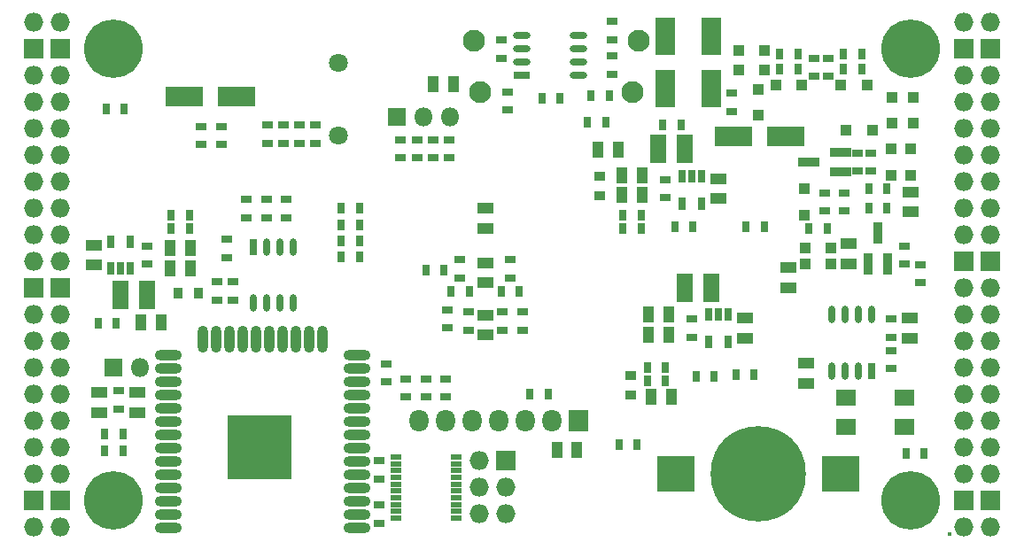
<source format=gbs>
G04 #@! TF.GenerationSoftware,KiCad,Pcbnew,5.0.0-rc2-dev-unknown+dfsg1+20180318-2*
G04 #@! TF.CreationDate,2018-05-23T15:33:37+02:00*
G04 #@! TF.ProjectId,ulx3s,756C7833732E6B696361645F70636200,rev?*
G04 #@! TF.SameCoordinates,Original*
G04 #@! TF.FileFunction,Soldermask,Bot*
G04 #@! TF.FilePolarity,Negative*
%FSLAX46Y46*%
G04 Gerber Fmt 4.6, Leading zero omitted, Abs format (unit mm)*
G04 Created by KiCad (PCBNEW 5.0.0-rc2-dev-unknown+dfsg1+20180318-2) date Wed May 23 15:33:37 2018*
%MOMM*%
%LPD*%
G01*
G04 APERTURE LIST*
%ADD10R,1.600000X2.800000*%
%ADD11O,1.827200X1.827200*%
%ADD12R,1.827200X1.827200*%
%ADD13R,0.800000X1.300000*%
%ADD14C,5.600000*%
%ADD15R,1.100000X0.500000*%
%ADD16R,1.827200X2.132000*%
%ADD17O,1.827200X2.132000*%
%ADD18R,3.600000X3.400000*%
%ADD19C,9.100000*%
%ADD20C,1.800000*%
%ADD21R,0.700000X1.650000*%
%ADD22O,0.700000X1.650000*%
%ADD23O,2.600000X1.000000*%
%ADD24O,1.000000X2.600000*%
%ADD25R,6.100000X6.100000*%
%ADD26R,1.900000X1.500000*%
%ADD27R,1.070000X1.600000*%
%ADD28R,1.600000X1.070000*%
%ADD29R,0.770000X1.100000*%
%ADD30R,1.100000X0.770000*%
%ADD31C,2.100000*%
%ADD32R,1.100000X1.100000*%
%ADD33R,0.900000X2.000000*%
%ADD34R,2.000000X0.900000*%
%ADD35R,3.600000X1.900000*%
%ADD36R,1.900000X3.600000*%
%ADD37C,0.400000*%
%ADD38R,1.100000X0.945000*%
%ADD39R,0.945000X1.100000*%
%ADD40R,1.800000X1.800000*%
%ADD41O,1.800000X1.800000*%
%ADD42R,1.650000X0.700000*%
%ADD43O,1.650000X0.700000*%
G04 APERTURE END LIST*
D10*
X155060000Y-74755000D03*
X157600000Y-74755000D03*
X106165000Y-88725000D03*
X103625000Y-88725000D03*
X157600000Y-88090000D03*
X160140000Y-88090000D03*
D11*
X97910000Y-62690000D03*
X95370000Y-62690000D03*
D12*
X97910000Y-65230000D03*
X95370000Y-65230000D03*
D11*
X97910000Y-67770000D03*
X95370000Y-67770000D03*
X97910000Y-70310000D03*
X95370000Y-70310000D03*
X97910000Y-72850000D03*
X95370000Y-72850000D03*
X97910000Y-75390000D03*
X95370000Y-75390000D03*
X97910000Y-77930000D03*
X95370000Y-77930000D03*
X97910000Y-80470000D03*
X95370000Y-80470000D03*
X97910000Y-83010000D03*
X95370000Y-83010000D03*
X97910000Y-85550000D03*
X95370000Y-85550000D03*
D12*
X97910000Y-88090000D03*
X95370000Y-88090000D03*
D11*
X97910000Y-90630000D03*
X95370000Y-90630000D03*
X97910000Y-93170000D03*
X95370000Y-93170000D03*
X97910000Y-95710000D03*
X95370000Y-95710000D03*
X97910000Y-98250000D03*
X95370000Y-98250000D03*
X97910000Y-100790000D03*
X95370000Y-100790000D03*
X97910000Y-103330000D03*
X95370000Y-103330000D03*
X97910000Y-105870000D03*
X95370000Y-105870000D03*
D12*
X97910000Y-108410000D03*
X95370000Y-108410000D03*
D11*
X97910000Y-110950000D03*
X95370000Y-110950000D03*
D13*
X159825000Y-90600000D03*
X160775000Y-90600000D03*
X161725000Y-90600000D03*
X161725000Y-93200000D03*
X159825000Y-93200000D03*
X104575000Y-86215000D03*
X103625000Y-86215000D03*
X102675000Y-86215000D03*
X102675000Y-83615000D03*
X104575000Y-83615000D03*
X157285000Y-77392000D03*
X158235000Y-77392000D03*
X159185000Y-77392000D03*
X159185000Y-79992000D03*
X157285000Y-79992000D03*
D11*
X184270000Y-110950000D03*
X186810000Y-110950000D03*
D12*
X184270000Y-108410000D03*
X186810000Y-108410000D03*
D11*
X184270000Y-105870000D03*
X186810000Y-105870000D03*
X184270000Y-103330000D03*
X186810000Y-103330000D03*
X184270000Y-100790000D03*
X186810000Y-100790000D03*
X184270000Y-98250000D03*
X186810000Y-98250000D03*
X184270000Y-95710000D03*
X186810000Y-95710000D03*
X184270000Y-93170000D03*
X186810000Y-93170000D03*
X184270000Y-90630000D03*
X186810000Y-90630000D03*
X184270000Y-88090000D03*
X186810000Y-88090000D03*
D12*
X184270000Y-85550000D03*
X186810000Y-85550000D03*
D11*
X184270000Y-83010000D03*
X186810000Y-83010000D03*
X184270000Y-80470000D03*
X186810000Y-80470000D03*
X184270000Y-77930000D03*
X186810000Y-77930000D03*
X184270000Y-75390000D03*
X186810000Y-75390000D03*
X184270000Y-72850000D03*
X186810000Y-72850000D03*
X184270000Y-70310000D03*
X186810000Y-70310000D03*
X184270000Y-67770000D03*
X186810000Y-67770000D03*
D12*
X184270000Y-65230000D03*
X186810000Y-65230000D03*
D11*
X184270000Y-62690000D03*
X186810000Y-62690000D03*
D14*
X102990000Y-108410000D03*
X179190000Y-108410000D03*
X179190000Y-65230000D03*
X102990000Y-65230000D03*
D15*
X135735000Y-104215000D03*
X135735000Y-104865000D03*
X135735000Y-105515000D03*
X135735000Y-106165000D03*
X135735000Y-106815000D03*
X135735000Y-107465000D03*
X135735000Y-108115000D03*
X135735000Y-108765000D03*
X135735000Y-109415000D03*
X135735000Y-110065000D03*
X129935000Y-110065000D03*
X129935000Y-109415000D03*
X129935000Y-108765000D03*
X129935000Y-108115000D03*
X129935000Y-107465000D03*
X129935000Y-106815000D03*
X129935000Y-106165000D03*
X129935000Y-105515000D03*
X129935000Y-104865000D03*
X129935000Y-104215000D03*
D12*
X140455000Y-104600000D03*
D11*
X137915000Y-104600000D03*
X140455000Y-107140000D03*
X137915000Y-107140000D03*
X140455000Y-109680000D03*
X137915000Y-109680000D03*
D16*
X147440000Y-100790000D03*
D17*
X144900000Y-100790000D03*
X142360000Y-100790000D03*
X139820000Y-100790000D03*
X137280000Y-100790000D03*
X134740000Y-100790000D03*
X132200000Y-100790000D03*
D18*
X172485000Y-105870000D03*
X156685000Y-105870000D03*
D19*
X164585000Y-105870000D03*
D20*
X124468000Y-66518000D03*
X124468000Y-73518000D03*
D21*
X175395000Y-96015000D03*
D22*
X174125000Y-96015000D03*
X172855000Y-96015000D03*
X171585000Y-96015000D03*
X171585000Y-90615000D03*
X172855000Y-90615000D03*
X174125000Y-90615000D03*
X175395000Y-90615000D03*
D21*
X116325000Y-84120000D03*
D22*
X117595000Y-84120000D03*
X118865000Y-84120000D03*
X120135000Y-84120000D03*
X120135000Y-89520000D03*
X118865000Y-89520000D03*
X117595000Y-89520000D03*
X116325000Y-89520000D03*
D23*
X126230000Y-111000000D03*
X126230000Y-109730000D03*
X126230000Y-108460000D03*
X126230000Y-107190000D03*
X126230000Y-105920000D03*
X126230000Y-104650000D03*
X126230000Y-103380000D03*
X126230000Y-102110000D03*
X126230000Y-100840000D03*
X126230000Y-99570000D03*
X126230000Y-98300000D03*
X126230000Y-97030000D03*
X126230000Y-95760000D03*
X126230000Y-94490000D03*
D24*
X122945000Y-93000000D03*
X121675000Y-93000000D03*
X120405000Y-93000000D03*
X119135000Y-93000000D03*
X117865000Y-93000000D03*
X116595000Y-93000000D03*
X115325000Y-93000000D03*
X114055000Y-93000000D03*
X112785000Y-93000000D03*
X111515000Y-93000000D03*
D23*
X108230000Y-94490000D03*
X108230000Y-95760000D03*
X108230000Y-97030000D03*
X108230000Y-98300000D03*
X108230000Y-99570000D03*
X108230000Y-100840000D03*
X108230000Y-102110000D03*
X108230000Y-103380000D03*
X108230000Y-104650000D03*
X108230000Y-105920000D03*
X108230000Y-107190000D03*
X108230000Y-108460000D03*
X108230000Y-109730000D03*
X108230000Y-111000000D03*
D25*
X116930000Y-103300000D03*
D26*
X178576000Y-98522000D03*
X172976000Y-98522000D03*
X172976000Y-101322000D03*
X178576000Y-101322000D03*
D27*
X133546000Y-68550000D03*
X135456000Y-68550000D03*
D28*
X101085000Y-83960000D03*
X101085000Y-85870000D03*
D29*
X153985000Y-96910000D03*
X155735000Y-96910000D03*
D27*
X156015000Y-90630000D03*
X154105000Y-90630000D03*
X154105000Y-92535000D03*
X156015000Y-92535000D03*
D28*
X163315000Y-90945000D03*
X163315000Y-92855000D03*
D29*
X151645000Y-82375000D03*
X153395000Y-82375000D03*
D27*
X153475000Y-79200000D03*
X151565000Y-79200000D03*
X153475000Y-77295000D03*
X151565000Y-77295000D03*
D28*
X160775000Y-79520000D03*
X160775000Y-77610000D03*
D29*
X108465000Y-81105000D03*
X110215000Y-81105000D03*
D27*
X108385000Y-84280000D03*
X110295000Y-84280000D03*
X110295000Y-86185000D03*
X108385000Y-86185000D03*
D28*
X173221000Y-83833000D03*
X173221000Y-85743000D03*
D30*
X175380000Y-76900000D03*
X175380000Y-75150000D03*
D28*
X105276000Y-99967000D03*
X105276000Y-98057000D03*
X167506000Y-88029000D03*
X167506000Y-86119000D03*
X138500000Y-90665000D03*
X138500000Y-92575000D03*
D30*
X150589600Y-64359000D03*
X150589600Y-62609000D03*
D28*
X138500000Y-82375000D03*
X138500000Y-80465000D03*
X138500000Y-87575000D03*
X138500000Y-85665000D03*
X101593000Y-99967000D03*
X101593000Y-98057000D03*
D27*
X154359000Y-98504000D03*
X156269000Y-98504000D03*
X105591000Y-91392000D03*
X107501000Y-91392000D03*
X151189000Y-74882000D03*
X149279000Y-74882000D03*
D30*
X140900000Y-87095000D03*
X140900000Y-85345000D03*
X136100000Y-87095000D03*
X136100000Y-85345000D03*
X136900000Y-92095000D03*
X136900000Y-90345000D03*
X140100000Y-90345000D03*
X140100000Y-92095000D03*
X142100000Y-92095000D03*
X142100000Y-90345000D03*
X134900000Y-90145000D03*
X134900000Y-91895000D03*
D29*
X135225000Y-88420000D03*
X136975000Y-88420000D03*
X140025000Y-88420000D03*
X141775000Y-88420000D03*
X163425000Y-82220000D03*
X165175000Y-82220000D03*
X158375000Y-82220000D03*
X156625000Y-82220000D03*
D30*
X177300000Y-94025000D03*
X177300000Y-95775000D03*
D27*
X145342000Y-103584000D03*
X147252000Y-103584000D03*
D29*
X103995000Y-70963000D03*
X102245000Y-70963000D03*
X103245000Y-91410000D03*
X101495000Y-91410000D03*
D30*
X180094000Y-87586000D03*
X180094000Y-85836000D03*
D29*
X180473000Y-103856000D03*
X178723000Y-103856000D03*
X158645000Y-96490000D03*
X160395000Y-96490000D03*
X132827200Y-86330000D03*
X134577200Y-86330000D03*
D28*
X169172000Y-95281000D03*
X169172000Y-97191000D03*
X179190000Y-80790000D03*
X179190000Y-78880000D03*
D31*
X152546000Y-69312000D03*
X138046000Y-69312000D03*
X153146000Y-64412000D03*
X137446000Y-64412000D03*
D32*
X169050000Y-84280000D03*
X171550000Y-84280000D03*
X169030000Y-78585000D03*
X169030000Y-81085000D03*
X171550000Y-85804000D03*
X169050000Y-85804000D03*
X179190000Y-74775000D03*
X179190000Y-77275000D03*
X177285000Y-77275000D03*
X177285000Y-74775000D03*
X172987000Y-72977000D03*
X175487000Y-72977000D03*
X164585000Y-69060000D03*
X164585000Y-71560000D03*
X168756000Y-68659000D03*
X166256000Y-68659000D03*
X174979000Y-68659000D03*
X172479000Y-68659000D03*
X165200000Y-67262000D03*
X162700000Y-67262000D03*
X162700000Y-65357000D03*
X165200000Y-65357000D03*
X177412000Y-72322000D03*
X177412000Y-69822000D03*
X179444000Y-69822000D03*
X179444000Y-72322000D03*
D33*
X176015000Y-82780000D03*
X175065000Y-85780000D03*
X176965000Y-85780000D03*
D34*
X172435000Y-75075000D03*
X172435000Y-76975000D03*
X169435000Y-76025000D03*
D35*
X114761000Y-69802000D03*
X109761000Y-69802000D03*
X167212000Y-73612000D03*
X162212000Y-73612000D03*
D36*
X155695000Y-69000000D03*
X155695000Y-64000000D03*
X160140000Y-69000000D03*
X160140000Y-64000000D03*
D37*
X182888000Y-111603000D03*
D30*
X113277000Y-74360000D03*
X113277000Y-72610000D03*
X111372000Y-72610000D03*
X111372000Y-74360000D03*
D29*
X155455000Y-72487000D03*
X157205000Y-72487000D03*
D30*
X171316000Y-66090000D03*
X171316000Y-67840000D03*
X169919000Y-67840000D03*
X169919000Y-66090000D03*
D29*
X174477000Y-65738000D03*
X172727000Y-65738000D03*
D30*
X128390000Y-106321000D03*
X128390000Y-104571000D03*
X117722000Y-72483000D03*
X117722000Y-74233000D03*
X119246000Y-74233000D03*
X119246000Y-72483000D03*
X120770000Y-72483000D03*
X120770000Y-74233000D03*
X122294000Y-74233000D03*
X122294000Y-72483000D03*
D29*
X145655000Y-69900000D03*
X143905000Y-69900000D03*
D38*
X152393000Y-96398500D03*
X152393000Y-98323500D03*
D39*
X111064500Y-88598000D03*
X109139500Y-88598000D03*
D38*
X149472000Y-77348500D03*
X149472000Y-79273500D03*
D40*
X102990000Y-95710000D03*
D41*
X105530000Y-95710000D03*
D40*
X130056000Y-71725000D03*
D41*
X132596000Y-71725000D03*
X135136000Y-71725000D03*
D29*
X166631000Y-65738000D03*
X168381000Y-65738000D03*
X124721000Y-85060000D03*
X126471000Y-85060000D03*
X126471000Y-83536000D03*
X124721000Y-83536000D03*
X126471000Y-82012000D03*
X124721000Y-82012000D03*
X124721000Y-80470000D03*
X126471000Y-80470000D03*
D30*
X130422000Y-73898000D03*
X130422000Y-75648000D03*
X131961000Y-75648000D03*
X131961000Y-73898000D03*
X133485000Y-73898000D03*
X133485000Y-75648000D03*
X135009000Y-75648000D03*
X135009000Y-73898000D03*
X113785000Y-83405000D03*
X113785000Y-85155000D03*
D29*
X151264000Y-103076000D03*
X153014000Y-103076000D03*
X164190000Y-96345000D03*
X162440000Y-96345000D03*
D30*
X178555000Y-85790000D03*
X178555000Y-84040000D03*
X112896000Y-89219000D03*
X112896000Y-87469000D03*
X170935000Y-80710000D03*
X170935000Y-78960000D03*
D29*
X103865000Y-102060000D03*
X102115000Y-102060000D03*
D30*
X114420000Y-89219000D03*
X114420000Y-87469000D03*
D29*
X171175000Y-82375000D03*
X169425000Y-82375000D03*
D30*
X172840000Y-80710000D03*
X172840000Y-78960000D03*
X162045000Y-69435000D03*
X162045000Y-71185000D03*
D29*
X175140000Y-80470000D03*
X176890000Y-80470000D03*
D30*
X174110000Y-75150000D03*
X174110000Y-76900000D03*
X128390000Y-110555000D03*
X128390000Y-108805000D03*
X119500000Y-79595000D03*
X119500000Y-81345000D03*
D29*
X176890000Y-78565000D03*
X175140000Y-78565000D03*
D30*
X140025500Y-66105000D03*
X140025500Y-64355000D03*
X140597000Y-71076000D03*
X140597000Y-69326000D03*
X150615000Y-65897000D03*
X150615000Y-67647000D03*
D29*
X150050000Y-72215000D03*
X148300000Y-72215000D03*
X150362000Y-69693000D03*
X148612000Y-69693000D03*
D30*
X129025000Y-95300000D03*
X129025000Y-97050000D03*
X117595000Y-79595000D03*
X117595000Y-81345000D03*
X115690000Y-81345000D03*
X115690000Y-79595000D03*
D29*
X142755000Y-98250000D03*
X144505000Y-98250000D03*
D30*
X132835000Y-98490000D03*
X132835000Y-96740000D03*
X130930000Y-96740000D03*
X130930000Y-98490000D03*
D29*
X103865000Y-103600000D03*
X102115000Y-103600000D03*
D30*
X103498000Y-99633000D03*
X103498000Y-97883000D03*
X134740000Y-96740000D03*
X134740000Y-98490000D03*
D29*
X166631000Y-67135000D03*
X168381000Y-67135000D03*
X172725000Y-67120000D03*
X174475000Y-67120000D03*
X155735000Y-95640000D03*
X153985000Y-95640000D03*
X108465000Y-82375000D03*
X110215000Y-82375000D03*
X153395000Y-81105000D03*
X151645000Y-81105000D03*
D30*
X158235000Y-91025000D03*
X158235000Y-92775000D03*
X106165000Y-85790000D03*
X106165000Y-84040000D03*
X155695000Y-77690000D03*
X155695000Y-79440000D03*
D42*
X141980000Y-67706500D03*
D43*
X141980000Y-66436500D03*
X141980000Y-65166500D03*
X141980000Y-63896500D03*
X147380000Y-63896500D03*
X147380000Y-65166500D03*
X147380000Y-66436500D03*
X147380000Y-67706500D03*
D28*
X179078000Y-90963000D03*
X179078000Y-92873000D03*
D30*
X177300000Y-92793000D03*
X177300000Y-91043000D03*
M02*

</source>
